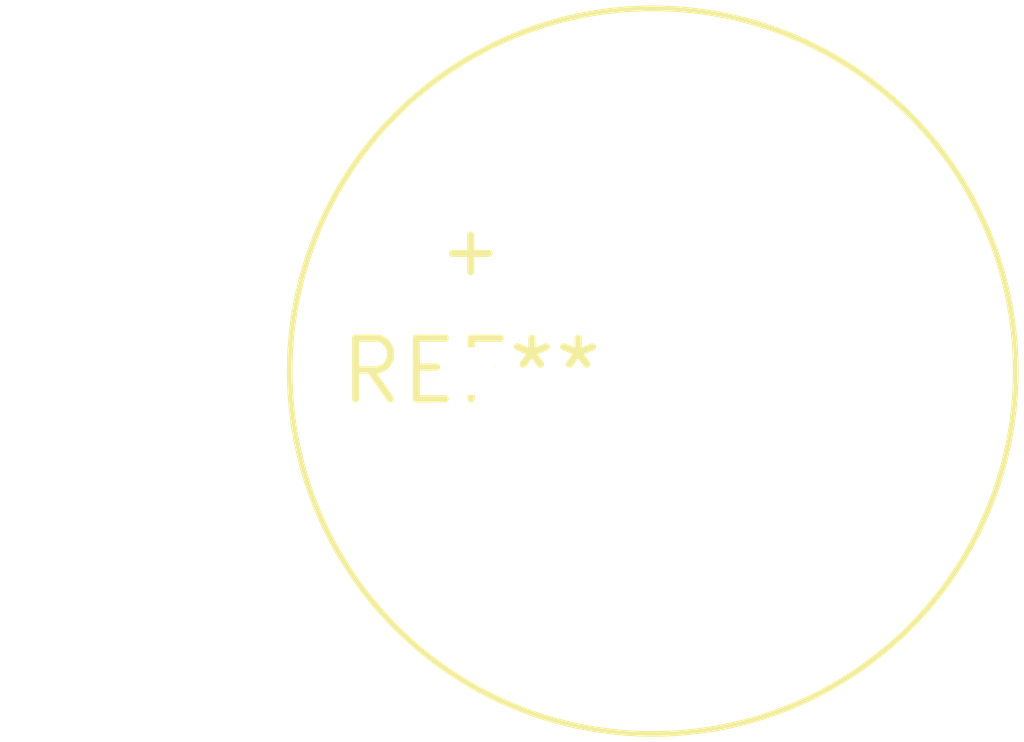
<source format=kicad_pcb>
(kicad_pcb (version 20240108) (generator pcbnew)
  (layers (0 "F.Cu" signal) (31 "B.Cu" signal) (34 "B.Paste" user) (35 "F.Paste" user) (36 "B.SilkS" user "B.Silkscreen") (37 "F.SilkS" user "F.Silkscreen") (38 "B.Mask" user) (39 "F.Mask" user) (44 "Edge.Cuts" user))
  (net 0 "")
  (footprint "Buzzer_15x7.5RM7.6" (layer "F.Cu") (at 0 0)
    (property "Reference" "REF**")
    (property "Value" "Buzzer_15x7.5RM7.6")
    (fp_circle (center 3.8 0) (end 11.4 0) (layer "F.SilkS") (stroke (width 0.12)) (fill none))
    (fp_text user "+" (at -0.01 -2.54 0) (layer "F.SilkS"))
    (pad "1" thru_hole rect (at 0 0) (size 2 2) (drill 1) (layers *.Cu *.Mask) (remove_unused_layers))
    (pad "2" thru_hole circle (at 7.6 0) (size 2 2) (drill 1) (layers *.Cu *.Mask) (remove_unused_layers))
  )
)
</source>
